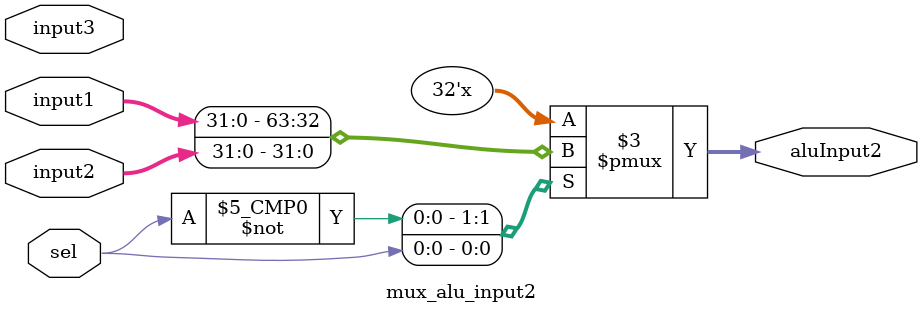
<source format=v>
`timescale 1ns / 1ps


module mux_alu_input2(
    input [31:0] input1,
    input [31:0] input2,
    input [31:0] input3,
    input sel,
    output reg [31:0] aluInput2
    );
    initial aluInput2=0;
    
    always @ (input1 or input2 or input3 or sel)
    begin
        case(sel)
        2'b00:aluInput2=input1;
        2'b01:aluInput2=input2;
        2'b10:aluInput2=input3;
        2'b11:aluInput2=0;
        endcase
    end
endmodule

</source>
